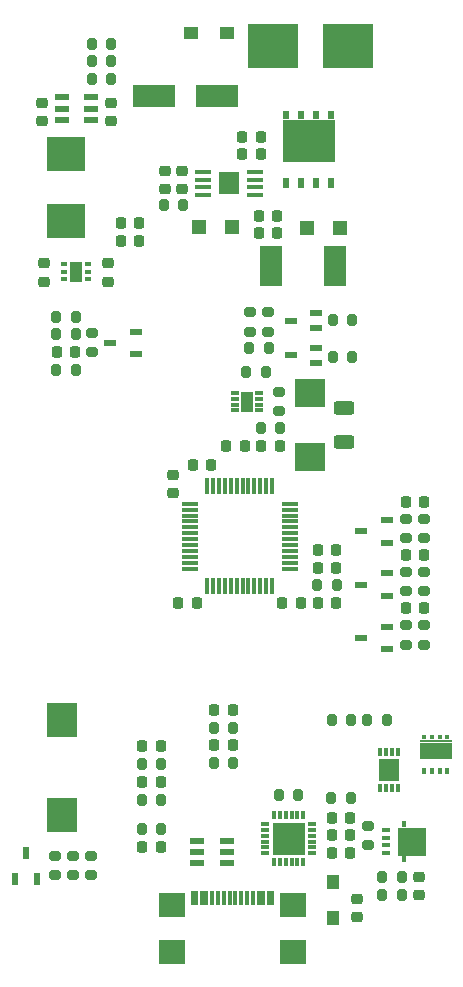
<source format=gbr>
%TF.GenerationSoftware,KiCad,Pcbnew,7.0.10*%
%TF.CreationDate,2024-02-16T18:39:21+01:00*%
%TF.ProjectId,AxxSolder,41787853-6f6c-4646-9572-2e6b69636164,rev?*%
%TF.SameCoordinates,Original*%
%TF.FileFunction,Paste,Bot*%
%TF.FilePolarity,Positive*%
%FSLAX46Y46*%
G04 Gerber Fmt 4.6, Leading zero omitted, Abs format (unit mm)*
G04 Created by KiCad (PCBNEW 7.0.10) date 2024-02-16 18:39:21*
%MOMM*%
%LPD*%
G01*
G04 APERTURE LIST*
G04 Aperture macros list*
%AMRoundRect*
0 Rectangle with rounded corners*
0 $1 Rounding radius*
0 $2 $3 $4 $5 $6 $7 $8 $9 X,Y pos of 4 corners*
0 Add a 4 corners polygon primitive as box body*
4,1,4,$2,$3,$4,$5,$6,$7,$8,$9,$2,$3,0*
0 Add four circle primitives for the rounded corners*
1,1,$1+$1,$2,$3*
1,1,$1+$1,$4,$5*
1,1,$1+$1,$6,$7*
1,1,$1+$1,$8,$9*
0 Add four rect primitives between the rounded corners*
20,1,$1+$1,$2,$3,$4,$5,0*
20,1,$1+$1,$4,$5,$6,$7,0*
20,1,$1+$1,$6,$7,$8,$9,0*
20,1,$1+$1,$8,$9,$2,$3,0*%
G04 Aperture macros list end*
%ADD10R,1.200000X0.600000*%
%ADD11R,3.550000X1.850000*%
%ADD12RoundRect,0.225000X0.225000X0.250000X-0.225000X0.250000X-0.225000X-0.250000X0.225000X-0.250000X0*%
%ADD13R,3.200000X2.850000*%
%ADD14R,0.400000X0.550000*%
%ADD15R,0.400000X0.410000*%
%ADD16R,2.750000X1.470000*%
%ADD17R,2.750000X0.250000*%
%ADD18R,1.050000X0.600000*%
%ADD19RoundRect,0.200000X-0.200000X-0.275000X0.200000X-0.275000X0.200000X0.275000X-0.200000X0.275000X0*%
%ADD20R,0.300000X1.475000*%
%ADD21R,1.475000X0.300000*%
%ADD22RoundRect,0.200000X0.275000X-0.200000X0.275000X0.200000X-0.275000X0.200000X-0.275000X-0.200000X0*%
%ADD23RoundRect,0.225000X-0.250000X0.225000X-0.250000X-0.225000X0.250000X-0.225000X0.250000X0.225000X0*%
%ADD24RoundRect,0.200000X0.200000X0.275000X-0.200000X0.275000X-0.200000X-0.275000X0.200000X-0.275000X0*%
%ADD25RoundRect,0.225000X-0.225000X-0.250000X0.225000X-0.250000X0.225000X0.250000X-0.225000X0.250000X0*%
%ADD26RoundRect,0.225000X0.250000X-0.225000X0.250000X0.225000X-0.250000X0.225000X-0.250000X-0.225000X0*%
%ADD27RoundRect,0.200000X-0.275000X0.200000X-0.275000X-0.200000X0.275000X-0.200000X0.275000X0.200000X0*%
%ADD28R,1.200000X1.200000*%
%ADD29R,2.500000X3.000000*%
%ADD30R,1.120000X1.220000*%
%ADD31R,0.500000X0.925000*%
%ADD32R,0.600000X0.800000*%
%ADD33R,4.410000X3.655000*%
%ADD34R,0.700000X0.300000*%
%ADD35R,1.000000X1.700000*%
%ADD36R,1.050000X0.500000*%
%ADD37R,1.900000X3.450000*%
%ADD38R,0.300000X1.150000*%
%ADD39R,2.180000X2.000000*%
%ADD40R,1.220000X1.120000*%
%ADD41RoundRect,0.250000X-0.625000X0.312500X-0.625000X-0.312500X0.625000X-0.312500X0.625000X0.312500X0*%
%ADD42R,0.300000X0.800000*%
%ADD43R,0.800000X0.300000*%
%ADD44R,2.700000X2.700000*%
%ADD45R,0.750000X0.400000*%
%ADD46R,0.400000X0.530000*%
%ADD47R,2.400000X2.450000*%
%ADD48R,0.300000X0.750000*%
%ADD49R,1.730000X1.850000*%
%ADD50R,1.425000X0.450000*%
%ADD51R,1.680000X1.880000*%
%ADD52R,4.240000X3.810000*%
%ADD53R,0.600000X1.050000*%
%ADD54R,2.500000X2.400000*%
%ADD55R,0.600000X0.350000*%
%ADD56R,1.100000X1.700000*%
G04 APERTURE END LIST*
D10*
%TO.C,IC5*%
X180000000Y-137700000D03*
X180000000Y-138650000D03*
X180000000Y-139600000D03*
X177500000Y-139600000D03*
X177500000Y-138650000D03*
X177500000Y-137700000D03*
%TD*%
%TO.C,IC3*%
X166050000Y-76650000D03*
X166050000Y-75700000D03*
X166050000Y-74750000D03*
X168550000Y-74750000D03*
X168550000Y-75700000D03*
X168550000Y-76650000D03*
%TD*%
D11*
%TO.C,C39*%
X173850000Y-74600000D03*
X179150000Y-74600000D03*
%TD*%
D12*
%TO.C,C23*%
X180525000Y-126600000D03*
X178975000Y-126600000D03*
%TD*%
D13*
%TO.C,L1*%
X166400000Y-79550000D03*
X166400000Y-85250000D03*
%TD*%
D14*
%TO.C,Q2*%
X198700000Y-131790000D03*
X198050000Y-131790000D03*
X197400000Y-131790000D03*
X196750000Y-131790000D03*
D15*
X198700000Y-128920000D03*
X198050000Y-128920000D03*
D16*
X197725000Y-130110000D03*
D17*
X197725000Y-129250000D03*
D15*
X197400000Y-128920000D03*
X196750000Y-128920000D03*
%TD*%
D12*
%TO.C,C6*%
X181525000Y-104250000D03*
X179975000Y-104250000D03*
%TD*%
D18*
%TO.C,D6*%
X193562500Y-115050000D03*
X193562500Y-116950000D03*
X191362500Y-116000000D03*
%TD*%
D19*
%TO.C,R30*%
X172825000Y-131200000D03*
X174475000Y-131200000D03*
%TD*%
%TO.C,R7*%
X168575000Y-71700000D03*
X170225000Y-71700000D03*
%TD*%
D20*
%TO.C,IC4*%
X178350000Y-107662000D03*
X178850000Y-107662000D03*
X179350000Y-107662000D03*
X179850000Y-107662000D03*
X180350000Y-107662000D03*
X180850000Y-107662000D03*
X181350000Y-107662000D03*
X181850000Y-107662000D03*
X182350000Y-107662000D03*
X182850000Y-107662000D03*
X183350000Y-107662000D03*
X183850000Y-107662000D03*
D21*
X185338000Y-109150000D03*
X185338000Y-109650000D03*
X185338000Y-110150000D03*
X185338000Y-110650000D03*
X185338000Y-111150000D03*
X185338000Y-111650000D03*
X185338000Y-112150000D03*
X185338000Y-112650000D03*
X185338000Y-113150000D03*
X185338000Y-113650000D03*
X185338000Y-114150000D03*
X185338000Y-114650000D03*
D20*
X183850000Y-116138000D03*
X183350000Y-116138000D03*
X182850000Y-116138000D03*
X182350000Y-116138000D03*
X181850000Y-116138000D03*
X181350000Y-116138000D03*
X180850000Y-116138000D03*
X180350000Y-116138000D03*
X179850000Y-116138000D03*
X179350000Y-116138000D03*
X178850000Y-116138000D03*
X178350000Y-116138000D03*
D21*
X176862000Y-114650000D03*
X176862000Y-114150000D03*
X176862000Y-113650000D03*
X176862000Y-113150000D03*
X176862000Y-112650000D03*
X176862000Y-112150000D03*
X176862000Y-111650000D03*
X176862000Y-111150000D03*
X176862000Y-110650000D03*
X176862000Y-110150000D03*
X176862000Y-109650000D03*
X176862000Y-109150000D03*
%TD*%
D22*
%TO.C,R37*%
X168500000Y-140625000D03*
X168500000Y-138975000D03*
%TD*%
D23*
%TO.C,C32*%
X174750000Y-80975000D03*
X174750000Y-82525000D03*
%TD*%
D19*
%TO.C,FB1*%
X187675000Y-116050000D03*
X189325000Y-116050000D03*
%TD*%
%TO.C,R8*%
X168575000Y-73200000D03*
X170225000Y-73200000D03*
%TD*%
%TO.C,R15*%
X188875000Y-134050000D03*
X190525000Y-134050000D03*
%TD*%
D22*
%TO.C,R25*%
X196712500Y-116575000D03*
X196712500Y-114925000D03*
%TD*%
D24*
%TO.C,R11*%
X170225000Y-70200000D03*
X168575000Y-70200000D03*
%TD*%
D25*
%TO.C,C11*%
X188925000Y-138750000D03*
X190475000Y-138750000D03*
%TD*%
D12*
%TO.C,C7*%
X172575000Y-86900000D03*
X171025000Y-86900000D03*
%TD*%
D26*
%TO.C,C5*%
X170200000Y-76775000D03*
X170200000Y-75225000D03*
%TD*%
D25*
%TO.C,C16*%
X184725000Y-117550000D03*
X186275000Y-117550000D03*
%TD*%
D27*
%TO.C,R28*%
X168600000Y-94675000D03*
X168600000Y-96325000D03*
%TD*%
%TO.C,R14*%
X191950000Y-136425000D03*
X191950000Y-138075000D03*
%TD*%
D28*
%TO.C,D10*%
X186800000Y-85800000D03*
X189600000Y-85800000D03*
%TD*%
D19*
%TO.C,R36*%
X172825000Y-136710000D03*
X174475000Y-136710000D03*
%TD*%
D29*
%TO.C,LS1*%
X166100000Y-127500000D03*
X166100000Y-135500000D03*
%TD*%
D12*
%TO.C,C30*%
X184275000Y-84750000D03*
X182725000Y-84750000D03*
%TD*%
D25*
%TO.C,C35*%
X181325000Y-78100000D03*
X182875000Y-78100000D03*
%TD*%
D30*
%TO.C,D3*%
X189000000Y-141200000D03*
X189000000Y-144200000D03*
%TD*%
D24*
%TO.C,R1*%
X190625000Y-93600000D03*
X188975000Y-93600000D03*
%TD*%
%TO.C,R32*%
X180575000Y-128100000D03*
X178925000Y-128100000D03*
%TD*%
D12*
%TO.C,C14*%
X178675000Y-105900000D03*
X177125000Y-105900000D03*
%TD*%
D31*
%TO.C,U3*%
X188875000Y-82027500D03*
X187605000Y-82027500D03*
X186335000Y-82027500D03*
X185065000Y-82027500D03*
D32*
X188875000Y-76237500D03*
X187605000Y-76237500D03*
D33*
X186970000Y-78462500D03*
D32*
X186335000Y-76237500D03*
X185065000Y-76237500D03*
%TD*%
D22*
%TO.C,R23*%
X165500000Y-140625000D03*
X165500000Y-138975000D03*
%TD*%
D34*
%TO.C,IC2*%
X182775000Y-99750000D03*
X182775000Y-100250000D03*
X182775000Y-100750000D03*
X182775000Y-101250000D03*
X180675000Y-101250000D03*
X180675000Y-100750000D03*
X180675000Y-100250000D03*
X180675000Y-99750000D03*
D35*
X181725000Y-100500000D03*
%TD*%
D25*
%TO.C,C19*%
X187725000Y-114550000D03*
X189275000Y-114550000D03*
%TD*%
D24*
%TO.C,R31*%
X180575000Y-131100000D03*
X178925000Y-131100000D03*
%TD*%
D18*
%TO.C,D8*%
X193562500Y-119550000D03*
X193562500Y-121450000D03*
X191362500Y-120500000D03*
%TD*%
D22*
%TO.C,R18*%
X195212500Y-121075000D03*
X195212500Y-119425000D03*
%TD*%
D27*
%TO.C,R34*%
X167000000Y-138975000D03*
X167000000Y-140625000D03*
%TD*%
D12*
%TO.C,C8*%
X172575000Y-85400000D03*
X171025000Y-85400000D03*
%TD*%
%TO.C,C25*%
X196737500Y-118000000D03*
X195187500Y-118000000D03*
%TD*%
D19*
%TO.C,R26*%
X188925000Y-127500000D03*
X190575000Y-127500000D03*
%TD*%
D22*
%TO.C,R22*%
X196712500Y-112075000D03*
X196712500Y-110425000D03*
%TD*%
D24*
%TO.C,R12*%
X194825000Y-140750000D03*
X193175000Y-140750000D03*
%TD*%
D36*
%TO.C,D2*%
X187550000Y-95950000D03*
X187550000Y-97250000D03*
X185450000Y-96600000D03*
%TD*%
D37*
%TO.C,R42*%
X189200000Y-89000000D03*
X183800000Y-89000000D03*
%TD*%
D24*
%TO.C,R10*%
X183575000Y-96000000D03*
X181925000Y-96000000D03*
%TD*%
D28*
%TO.C,D9*%
X180500000Y-85750000D03*
X177700000Y-85750000D03*
%TD*%
D25*
%TO.C,C34*%
X181325000Y-79500000D03*
X182875000Y-79500000D03*
%TD*%
D24*
%TO.C,R5*%
X190625000Y-96700000D03*
X188975000Y-96700000D03*
%TD*%
D38*
%TO.C,J1*%
X183850000Y-142572000D03*
X183050000Y-142572000D03*
X181750000Y-142572000D03*
X180750000Y-142572000D03*
X180250000Y-142572000D03*
X179250000Y-142572000D03*
X177950000Y-142572000D03*
X177150000Y-142572000D03*
X177450000Y-142572000D03*
X178250000Y-142572000D03*
X178750000Y-142572000D03*
X179750000Y-142572000D03*
X181250000Y-142572000D03*
X182250000Y-142572000D03*
X182750000Y-142572000D03*
X183550000Y-142572000D03*
D39*
X185610000Y-147077000D03*
X185610000Y-143147000D03*
X175390000Y-147077000D03*
X175390000Y-143147000D03*
%TD*%
D24*
%TO.C,R33*%
X167225000Y-97800000D03*
X165575000Y-97800000D03*
%TD*%
D25*
%TO.C,C12*%
X188925000Y-137240000D03*
X190475000Y-137240000D03*
%TD*%
D23*
%TO.C,C17*%
X175500000Y-106725000D03*
X175500000Y-108275000D03*
%TD*%
D25*
%TO.C,C13*%
X188925000Y-135750000D03*
X190475000Y-135750000D03*
%TD*%
D26*
%TO.C,C2*%
X164500000Y-90350000D03*
X164500000Y-88800000D03*
%TD*%
D12*
%TO.C,C28*%
X174425000Y-132700000D03*
X172875000Y-132700000D03*
%TD*%
D19*
%TO.C,R21*%
X165575000Y-93300000D03*
X167225000Y-93300000D03*
%TD*%
D25*
%TO.C,C21*%
X172875000Y-129700000D03*
X174425000Y-129700000D03*
%TD*%
D22*
%TO.C,R29*%
X196712500Y-121075000D03*
X196712500Y-119425000D03*
%TD*%
D19*
%TO.C,R17*%
X184425000Y-133800000D03*
X186075000Y-133800000D03*
%TD*%
D24*
%TO.C,R38*%
X176325000Y-83900000D03*
X174675000Y-83900000D03*
%TD*%
D12*
%TO.C,C29*%
X174425000Y-138200000D03*
X172875000Y-138200000D03*
%TD*%
D40*
%TO.C,D4*%
X180000000Y-69300000D03*
X177000000Y-69300000D03*
%TD*%
D41*
%TO.C,R16*%
X189900000Y-101037500D03*
X189900000Y-103962500D03*
%TD*%
D19*
%TO.C,R3*%
X182900000Y-102750000D03*
X184550000Y-102750000D03*
%TD*%
D42*
%TO.C,IC6*%
X186500000Y-139500000D03*
X186000000Y-139500000D03*
X185500000Y-139500000D03*
X185000000Y-139500000D03*
X184500000Y-139500000D03*
X184000000Y-139500000D03*
D43*
X183250000Y-138750000D03*
X183250000Y-138250000D03*
X183250000Y-137750000D03*
X183250000Y-137250000D03*
X183250000Y-136750000D03*
X183250000Y-136250000D03*
D42*
X184000000Y-135500000D03*
X184500000Y-135500000D03*
X185000000Y-135500000D03*
X185500000Y-135500000D03*
X186000000Y-135500000D03*
X186500000Y-135500000D03*
D43*
X187250000Y-136250000D03*
X187250000Y-136750000D03*
X187250000Y-137250000D03*
X187250000Y-137750000D03*
X187250000Y-138250000D03*
X187250000Y-138750000D03*
D44*
X185250000Y-137500000D03*
%TD*%
D26*
%TO.C,C9*%
X196250000Y-142275000D03*
X196250000Y-140725000D03*
%TD*%
D45*
%TO.C,Q1*%
X193475000Y-138725000D03*
X193475000Y-138075000D03*
X193475000Y-137425000D03*
X193475000Y-136775000D03*
D46*
X195000000Y-139240000D03*
D47*
X195700000Y-137750000D03*
D46*
X195000000Y-136260000D03*
%TD*%
D12*
%TO.C,C22*%
X180525000Y-129600000D03*
X178975000Y-129600000D03*
%TD*%
D48*
%TO.C,IC7*%
X194500000Y-133200000D03*
X194000000Y-133200000D03*
X193500000Y-133200000D03*
X193000000Y-133200000D03*
X193000000Y-130200000D03*
X193500000Y-130200000D03*
X194000000Y-130200000D03*
X194500000Y-130200000D03*
D49*
X193750000Y-131700000D03*
%TD*%
D50*
%TO.C,IC8*%
X178000000Y-83000000D03*
X178000000Y-82350000D03*
X178000000Y-81700000D03*
X178000000Y-81050000D03*
X182424000Y-81050000D03*
X182424000Y-81700000D03*
X182424000Y-82350000D03*
X182424000Y-83000000D03*
D51*
X180212000Y-82025000D03*
%TD*%
D52*
%TO.C,F1*%
X183910000Y-70400000D03*
X190290000Y-70400000D03*
%TD*%
D26*
%TO.C,C10*%
X191000000Y-144175000D03*
X191000000Y-142625000D03*
%TD*%
D12*
%TO.C,C15*%
X177475000Y-117550000D03*
X175925000Y-117550000D03*
%TD*%
D22*
%TO.C,R19*%
X195212500Y-116575000D03*
X195212500Y-114925000D03*
%TD*%
D18*
%TO.C,D7*%
X172350000Y-94600000D03*
X172350000Y-96500000D03*
X170150000Y-95550000D03*
%TD*%
D25*
%TO.C,C4*%
X182950000Y-104250000D03*
X184500000Y-104250000D03*
%TD*%
D23*
%TO.C,C1*%
X170000000Y-88800000D03*
X170000000Y-90350000D03*
%TD*%
D19*
%TO.C,R9*%
X181675000Y-98000000D03*
X183325000Y-98000000D03*
%TD*%
D25*
%TO.C,C18*%
X187725000Y-113050000D03*
X189275000Y-113050000D03*
%TD*%
D12*
%TO.C,C24*%
X167175000Y-96300000D03*
X165625000Y-96300000D03*
%TD*%
D36*
%TO.C,D1*%
X187550000Y-93000000D03*
X187550000Y-94300000D03*
X185450000Y-93650000D03*
%TD*%
D53*
%TO.C,Q3*%
X163950000Y-140900000D03*
X162050000Y-140900000D03*
X163000000Y-138700000D03*
%TD*%
D12*
%TO.C,C31*%
X184300000Y-86260000D03*
X182750000Y-86260000D03*
%TD*%
D22*
%TO.C,R6*%
X182000000Y-94575000D03*
X182000000Y-92925000D03*
%TD*%
D19*
%TO.C,R13*%
X193175000Y-142250000D03*
X194825000Y-142250000D03*
%TD*%
D27*
%TO.C,R2*%
X184475000Y-99675000D03*
X184475000Y-101325000D03*
%TD*%
D23*
%TO.C,C33*%
X176250000Y-80975000D03*
X176250000Y-82525000D03*
%TD*%
D54*
%TO.C,F2*%
X187100000Y-105200000D03*
X187100000Y-99800000D03*
%TD*%
D23*
%TO.C,C3*%
X164400000Y-75225000D03*
X164400000Y-76775000D03*
%TD*%
D12*
%TO.C,C26*%
X196737500Y-113500000D03*
X195187500Y-113500000D03*
%TD*%
D18*
%TO.C,D5*%
X193562500Y-110550000D03*
X193562500Y-112450000D03*
X191362500Y-111500000D03*
%TD*%
D24*
%TO.C,R35*%
X174475000Y-134200000D03*
X172825000Y-134200000D03*
%TD*%
%TO.C,R27*%
X193575000Y-127500000D03*
X191925000Y-127500000D03*
%TD*%
D22*
%TO.C,R20*%
X195212500Y-112075000D03*
X195212500Y-110425000D03*
%TD*%
D55*
%TO.C,IC1*%
X166200000Y-90150000D03*
X166200000Y-89500000D03*
X166200000Y-88850000D03*
X168300000Y-88850000D03*
X168300000Y-89500000D03*
X168300000Y-90150000D03*
D56*
X167250000Y-89500000D03*
%TD*%
D25*
%TO.C,C20*%
X187725000Y-117550000D03*
X189275000Y-117550000D03*
%TD*%
D27*
%TO.C,R4*%
X183500000Y-92925000D03*
X183500000Y-94575000D03*
%TD*%
D24*
%TO.C,R24*%
X167225000Y-94800000D03*
X165575000Y-94800000D03*
%TD*%
D12*
%TO.C,C27*%
X196737500Y-109000000D03*
X195187500Y-109000000D03*
%TD*%
M02*

</source>
